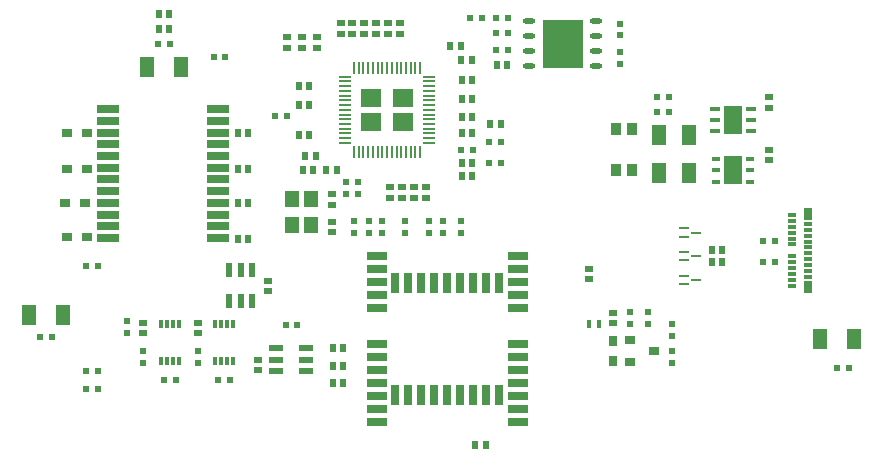
<source format=gtp>
G04*
G04 #@! TF.GenerationSoftware,Altium Limited,Altium Designer,24.4.1 (13)*
G04*
G04 Layer_Color=8421504*
%FSLAX44Y44*%
%MOMM*%
G71*
G04*
G04 #@! TF.SameCoordinates,F44D32EE-D624-4937-AF30-22848A2776C4*
G04*
G04*
G04 #@! TF.FilePolarity,Positive*
G04*
G01*
G75*
%ADD15R,1.7500X1.5000*%
%ADD16R,1.7500X1.5000*%
%ADD17R,0.6000X0.6400*%
%ADD18R,1.8500X0.6500*%
%ADD19R,0.9000X0.8000*%
%ADD20R,1.3000X1.8000*%
%ADD21R,0.5000X0.6000*%
G04:AMPARAMS|DCode=22|XSize=1.05mm|YSize=0.45mm|CornerRadius=0.225mm|HoleSize=0mm|Usage=FLASHONLY|Rotation=180.000|XOffset=0mm|YOffset=0mm|HoleType=Round|Shape=RoundedRectangle|*
%AMROUNDEDRECTD22*
21,1,1.0500,0.0000,0,0,180.0*
21,1,0.6000,0.4500,0,0,180.0*
1,1,0.4500,-0.3000,0.0000*
1,1,0.4500,0.3000,0.0000*
1,1,0.4500,0.3000,0.0000*
1,1,0.4500,-0.3000,0.0000*
%
%ADD22ROUNDEDRECTD22*%
%ADD23R,3.5000X4.1000*%
%ADD24R,0.6000X0.5000*%
%ADD25R,0.3000X0.8000*%
%ADD26R,1.8000X0.8000*%
%ADD27R,0.3500X0.6500*%
%ADD28R,0.6400X0.6000*%
%ADD29R,0.8000X0.9000*%
%ADD30R,0.9000X0.8000*%
%ADD31R,0.7000X1.8000*%
%ADD32R,0.8000X1.8000*%
%ADD33R,0.6000X1.1500*%
%ADD34R,1.1500X0.6000*%
%ADD35R,0.9144X0.2032*%
%ADD36R,0.9144X0.2540*%
%ADD37R,1.1000X0.2000*%
%ADD38O,0.7000X0.4000*%
%ADD39R,1.6500X2.4000*%
%ADD40O,0.9000X0.4000*%
%ADD41R,0.7000X0.3000*%
%ADD42R,0.7000X1.0000*%
G04:AMPARAMS|DCode=43|XSize=0.2mm|YSize=1.1mm|CornerRadius=0.05mm|HoleSize=0mm|Usage=FLASHONLY|Rotation=90.000|XOffset=0mm|YOffset=0mm|HoleType=Round|Shape=RoundedRectangle|*
%AMROUNDEDRECTD43*
21,1,0.2000,1.0000,0,0,90.0*
21,1,0.1000,1.1000,0,0,90.0*
1,1,0.1000,0.5000,0.0500*
1,1,0.1000,0.5000,-0.0500*
1,1,0.1000,-0.5000,-0.0500*
1,1,0.1000,-0.5000,0.0500*
%
%ADD43ROUNDEDRECTD43*%
G04:AMPARAMS|DCode=44|XSize=0.2mm|YSize=1.1mm|CornerRadius=0.05mm|HoleSize=0mm|Usage=FLASHONLY|Rotation=0.000|XOffset=0mm|YOffset=0mm|HoleType=Round|Shape=RoundedRectangle|*
%AMROUNDEDRECTD44*
21,1,0.2000,1.0000,0,0,0.0*
21,1,0.1000,1.1000,0,0,0.0*
1,1,0.1000,0.0500,-0.5000*
1,1,0.1000,-0.0500,-0.5000*
1,1,0.1000,-0.0500,0.5000*
1,1,0.1000,0.0500,0.5000*
%
%ADD44ROUNDEDRECTD44*%
%ADD45R,0.2000X1.1000*%
%ADD46R,0.9000X1.0000*%
%ADD47R,1.2000X1.4000*%
%ADD48R,1.2000X1.7500*%
D15*
X790159Y739000D02*
D03*
Y719000D02*
D03*
D16*
X817659Y739000D02*
D03*
Y719000D02*
D03*
D17*
X610600Y797500D02*
D03*
X619400D02*
D03*
X610600Y810000D02*
D03*
X619400D02*
D03*
X905400Y767000D02*
D03*
X896600D02*
D03*
X677600Y620000D02*
D03*
X686400D02*
D03*
Y650000D02*
D03*
X677600D02*
D03*
X686400Y679000D02*
D03*
X677600D02*
D03*
X686400Y709000D02*
D03*
X677600D02*
D03*
X866400Y783000D02*
D03*
X857600D02*
D03*
X766900Y527500D02*
D03*
X758100D02*
D03*
Y512500D02*
D03*
X766900D02*
D03*
X1078600Y600000D02*
D03*
X1087400D02*
D03*
X1078600Y610000D02*
D03*
X1087400D02*
D03*
X867258Y738500D02*
D03*
X876058D02*
D03*
X867158Y709000D02*
D03*
X875958D02*
D03*
X878600Y445000D02*
D03*
X887400D02*
D03*
X758100Y497500D02*
D03*
X766900D02*
D03*
X732600Y678000D02*
D03*
X741400D02*
D03*
X734600Y690000D02*
D03*
X743400D02*
D03*
X761400Y678000D02*
D03*
X752600D02*
D03*
X891158Y717000D02*
D03*
X899958D02*
D03*
X729158Y733000D02*
D03*
X737958D02*
D03*
X729158Y708000D02*
D03*
X737958D02*
D03*
X875958Y673000D02*
D03*
X867158D02*
D03*
X729158Y749000D02*
D03*
X737958D02*
D03*
X875958Y754000D02*
D03*
X867158D02*
D03*
X875400Y771000D02*
D03*
X866600D02*
D03*
X867158Y723000D02*
D03*
X875958D02*
D03*
Y684000D02*
D03*
X867158D02*
D03*
D18*
X567500Y620500D02*
D03*
Y630400D02*
D03*
Y640320D02*
D03*
Y650220D02*
D03*
Y660140D02*
D03*
Y670040D02*
D03*
Y679960D02*
D03*
Y689860D02*
D03*
Y699780D02*
D03*
Y709680D02*
D03*
Y719600D02*
D03*
Y729500D02*
D03*
X660500D02*
D03*
Y719600D02*
D03*
Y709680D02*
D03*
Y699780D02*
D03*
Y689860D02*
D03*
Y679960D02*
D03*
Y670040D02*
D03*
Y660140D02*
D03*
Y650220D02*
D03*
Y640320D02*
D03*
Y630400D02*
D03*
Y620500D02*
D03*
D19*
X532500Y709000D02*
D03*
X549500D02*
D03*
X532500Y679000D02*
D03*
X549500D02*
D03*
X531500Y650000D02*
D03*
X548500D02*
D03*
X532500Y621000D02*
D03*
X549500D02*
D03*
D20*
X529500Y555000D02*
D03*
X500500D02*
D03*
X600500Y765000D02*
D03*
X629500D02*
D03*
X1199500Y535000D02*
D03*
X1170500D02*
D03*
D21*
X520000Y537000D02*
D03*
X510000D02*
D03*
X671000Y500000D02*
D03*
X661000D02*
D03*
X559000Y493000D02*
D03*
X549000D02*
D03*
X625000Y500000D02*
D03*
X615000D02*
D03*
X620000Y785000D02*
D03*
X610000D02*
D03*
X900558Y702000D02*
D03*
X890558D02*
D03*
X906000Y780000D02*
D03*
X896000D02*
D03*
X895942Y807000D02*
D03*
X905942D02*
D03*
X1122000Y618000D02*
D03*
X1132000D02*
D03*
Y600000D02*
D03*
X1122000D02*
D03*
X1042500Y740000D02*
D03*
X1032500D02*
D03*
X1032500Y727500D02*
D03*
X1042500D02*
D03*
X559000Y508000D02*
D03*
X549000D02*
D03*
X1185000Y510000D02*
D03*
X1195000D02*
D03*
X896250Y794250D02*
D03*
X906250D02*
D03*
X876558Y695000D02*
D03*
X866558D02*
D03*
X890558Y684000D02*
D03*
X900558D02*
D03*
X718000Y547000D02*
D03*
X728000D02*
D03*
X657000Y773500D02*
D03*
X667000D02*
D03*
X884000Y807000D02*
D03*
X874000D02*
D03*
X719000Y724000D02*
D03*
X709000D02*
D03*
X549000Y597000D02*
D03*
X559000D02*
D03*
D22*
X981000Y765950D02*
D03*
Y778650D02*
D03*
Y791350D02*
D03*
Y804050D02*
D03*
X924000D02*
D03*
Y791350D02*
D03*
Y778650D02*
D03*
Y765950D02*
D03*
D23*
X952500Y785000D02*
D03*
D24*
X1001000Y802000D02*
D03*
Y792000D02*
D03*
X776000Y625000D02*
D03*
Y635000D02*
D03*
X789000D02*
D03*
Y625000D02*
D03*
X1025000Y557500D02*
D03*
Y547500D02*
D03*
X1010000D02*
D03*
Y557500D02*
D03*
X1045000Y515000D02*
D03*
Y525000D02*
D03*
Y537500D02*
D03*
Y547500D02*
D03*
X597500Y524500D02*
D03*
Y514500D02*
D03*
X643443Y524482D02*
D03*
Y514483D02*
D03*
X779000Y657500D02*
D03*
Y667500D02*
D03*
X769000D02*
D03*
Y657500D02*
D03*
X1001000Y778000D02*
D03*
Y768000D02*
D03*
X800000Y625000D02*
D03*
Y635000D02*
D03*
X866500Y625000D02*
D03*
Y635000D02*
D03*
X851500D02*
D03*
Y625000D02*
D03*
X819000Y635000D02*
D03*
Y625000D02*
D03*
X584000Y540000D02*
D03*
Y550000D02*
D03*
X839000Y635000D02*
D03*
Y625000D02*
D03*
D25*
X612500Y548000D02*
D03*
X617500D02*
D03*
X622500D02*
D03*
X627500D02*
D03*
Y516000D02*
D03*
X622500D02*
D03*
X617500D02*
D03*
X612500D02*
D03*
X658443Y515983D02*
D03*
X663443D02*
D03*
X668443D02*
D03*
X673443D02*
D03*
Y547982D02*
D03*
X668443D02*
D03*
X663443D02*
D03*
X658443D02*
D03*
D26*
X795000Y465000D02*
D03*
Y476000D02*
D03*
Y487000D02*
D03*
Y498000D02*
D03*
Y509000D02*
D03*
Y520000D02*
D03*
Y531000D02*
D03*
Y561000D02*
D03*
Y572000D02*
D03*
Y583000D02*
D03*
Y594000D02*
D03*
Y605000D02*
D03*
X915000D02*
D03*
Y594000D02*
D03*
Y583000D02*
D03*
Y572000D02*
D03*
Y561000D02*
D03*
Y531000D02*
D03*
Y520000D02*
D03*
Y509000D02*
D03*
Y498000D02*
D03*
Y487000D02*
D03*
Y476000D02*
D03*
Y465000D02*
D03*
D27*
X983500Y547500D02*
D03*
X975000D02*
D03*
D28*
X995000Y556900D02*
D03*
Y548100D02*
D03*
X597500Y548900D02*
D03*
Y540100D02*
D03*
X643443Y548883D02*
D03*
Y540083D02*
D03*
X695000Y517500D02*
D03*
Y508700D02*
D03*
X703000Y575600D02*
D03*
Y584400D02*
D03*
X826558Y663400D02*
D03*
Y654600D02*
D03*
X836558Y654600D02*
D03*
Y663400D02*
D03*
X1127002Y730770D02*
D03*
Y739570D02*
D03*
X975000Y585600D02*
D03*
Y594400D02*
D03*
X744558Y781600D02*
D03*
Y790400D02*
D03*
X1127002Y695170D02*
D03*
Y686370D02*
D03*
X816558Y663400D02*
D03*
Y654600D02*
D03*
X814558Y793600D02*
D03*
Y802400D02*
D03*
X757500Y625600D02*
D03*
Y634400D02*
D03*
Y657500D02*
D03*
Y648700D02*
D03*
X732058Y790400D02*
D03*
Y781600D02*
D03*
X804558Y793600D02*
D03*
Y802400D02*
D03*
X719558Y790400D02*
D03*
Y781600D02*
D03*
X794558Y802400D02*
D03*
Y793600D02*
D03*
X774558D02*
D03*
Y802400D02*
D03*
X784558D02*
D03*
Y793600D02*
D03*
X764558Y802400D02*
D03*
Y793600D02*
D03*
X806558Y654600D02*
D03*
Y663400D02*
D03*
D29*
X995000Y533500D02*
D03*
Y516500D02*
D03*
D30*
X1030000Y525000D02*
D03*
X1010000Y515500D02*
D03*
Y534500D02*
D03*
D31*
X811000Y582500D02*
D03*
X899000D02*
D03*
Y487500D02*
D03*
X811000D02*
D03*
D32*
X822000Y582500D02*
D03*
X833000D02*
D03*
X844000D02*
D03*
X855000D02*
D03*
X866000D02*
D03*
X877000D02*
D03*
X888000D02*
D03*
Y487500D02*
D03*
X877000D02*
D03*
X866000D02*
D03*
X855000D02*
D03*
X844000D02*
D03*
X833000D02*
D03*
X822000D02*
D03*
D33*
X670500Y567000D02*
D03*
X680000D02*
D03*
X689500D02*
D03*
Y593000D02*
D03*
X680000D02*
D03*
X670500D02*
D03*
D34*
X735500Y508000D02*
D03*
Y517500D02*
D03*
Y527000D02*
D03*
X709500D02*
D03*
Y517500D02*
D03*
Y508000D02*
D03*
D35*
X1065080Y585000D02*
D03*
Y605000D02*
D03*
Y625000D02*
D03*
D36*
X1054920Y581444D02*
D03*
Y588556D02*
D03*
Y601444D02*
D03*
Y608556D02*
D03*
Y621444D02*
D03*
Y628556D02*
D03*
D37*
X768409Y705000D02*
D03*
Y709000D02*
D03*
Y753000D02*
D03*
Y749000D02*
D03*
Y745000D02*
D03*
Y741000D02*
D03*
Y737000D02*
D03*
Y733000D02*
D03*
Y729000D02*
D03*
Y725000D02*
D03*
Y721000D02*
D03*
Y717000D02*
D03*
Y713000D02*
D03*
X839409Y705000D02*
D03*
Y709000D02*
D03*
Y713000D02*
D03*
Y717000D02*
D03*
Y721000D02*
D03*
Y725000D02*
D03*
Y729000D02*
D03*
Y733000D02*
D03*
Y737000D02*
D03*
Y741000D02*
D03*
Y745000D02*
D03*
Y749000D02*
D03*
Y753000D02*
D03*
D38*
X1082752Y668170D02*
D03*
Y677670D02*
D03*
Y687170D02*
D03*
X1111252Y668170D02*
D03*
Y687170D02*
D03*
Y677670D02*
D03*
D39*
X1097002D02*
D03*
X1097002Y720170D02*
D03*
D40*
X1081752Y710670D02*
D03*
Y720170D02*
D03*
Y729670D02*
D03*
X1112252Y710670D02*
D03*
Y729670D02*
D03*
Y720170D02*
D03*
D41*
X1160000Y607500D02*
D03*
Y587500D02*
D03*
Y592500D02*
D03*
Y597500D02*
D03*
Y602500D02*
D03*
Y612500D02*
D03*
Y617500D02*
D03*
Y622500D02*
D03*
Y627500D02*
D03*
Y632500D02*
D03*
X1147000Y615000D02*
D03*
Y640000D02*
D03*
Y635000D02*
D03*
Y630000D02*
D03*
Y625000D02*
D03*
Y620000D02*
D03*
Y580000D02*
D03*
Y605000D02*
D03*
Y600000D02*
D03*
Y595000D02*
D03*
Y590000D02*
D03*
Y585000D02*
D03*
D42*
X1160000Y579000D02*
D03*
X1160100Y641000D02*
D03*
D43*
X768409Y757000D02*
D03*
Y701000D02*
D03*
X839409D02*
D03*
Y757000D02*
D03*
D44*
X775909Y693500D02*
D03*
X831909D02*
D03*
Y764500D02*
D03*
X775909D02*
D03*
D45*
X779909Y693500D02*
D03*
X783909D02*
D03*
X787909D02*
D03*
X791909D02*
D03*
X795909D02*
D03*
X799909D02*
D03*
X803909D02*
D03*
X807909D02*
D03*
X811909D02*
D03*
X815909D02*
D03*
X819909D02*
D03*
X823909D02*
D03*
X827909D02*
D03*
Y764500D02*
D03*
X823909D02*
D03*
X819909D02*
D03*
X815909D02*
D03*
X811909D02*
D03*
X807909D02*
D03*
X803909D02*
D03*
X799909D02*
D03*
X795909D02*
D03*
X791909D02*
D03*
X787909D02*
D03*
X783909D02*
D03*
X779909D02*
D03*
D46*
X997752Y712670D02*
D03*
X1011252D02*
D03*
X997752Y677670D02*
D03*
X1011252D02*
D03*
D47*
X723220Y653500D02*
D03*
X739220D02*
D03*
X723220Y631500D02*
D03*
X739220D02*
D03*
D48*
X1034252Y675170D02*
D03*
X1059752D02*
D03*
Y707670D02*
D03*
X1034252D02*
D03*
M02*

</source>
